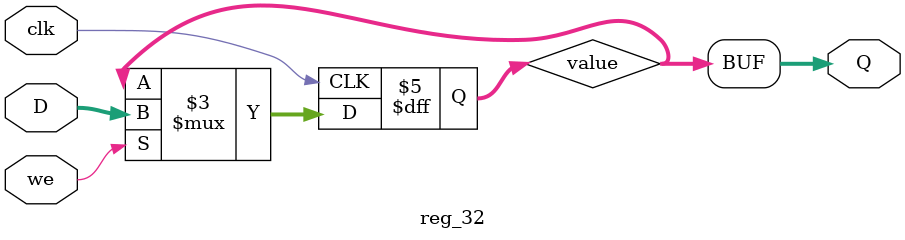
<source format=v>
module reg_32(
    input we, clk,
    input [31:0] D,
    output [31:0] Q
);
    reg [31:0] value;
    
    always @ (posedge clk) begin
        if(we) value = D;
    end

    assign Q = value;
endmodule

</source>
